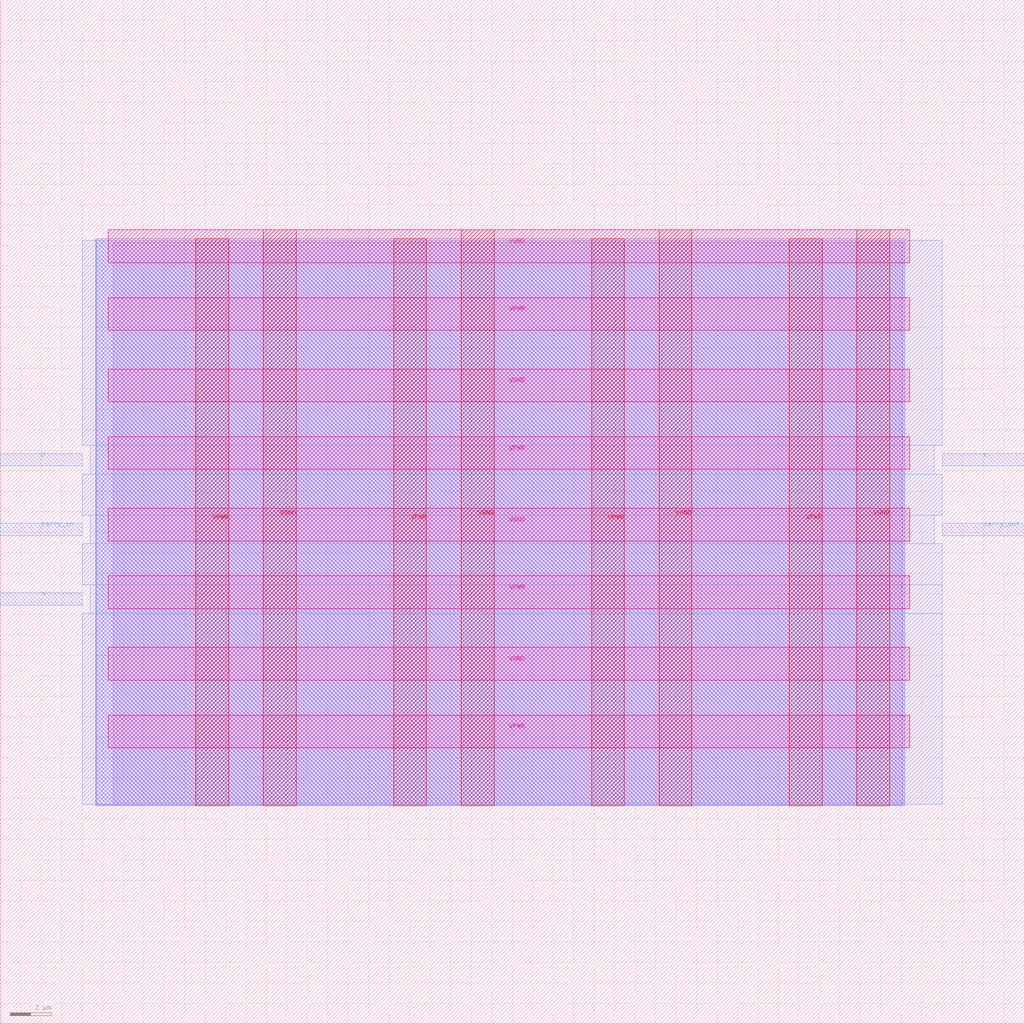
<source format=lef>
VERSION 5.7 ;
  NOWIREEXTENSIONATPIN ON ;
  DIVIDERCHAR "/" ;
  BUSBITCHARS "[]" ;
MACRO openlane_full_adder
  CLASS BLOCK ;
  FOREIGN openlane_full_adder ;
  ORIGIN 0.000 0.000 ;
  SIZE 50.000 BY 50.000 ;
  PIN VGND
    DIRECTION INOUT ;
    USE GROUND ;
    PORT
      LAYER met4 ;
        RECT 12.850 10.640 14.450 38.760 ;
    END
    PORT
      LAYER met4 ;
        RECT 22.510 10.640 24.110 38.760 ;
    END
    PORT
      LAYER met4 ;
        RECT 32.170 10.640 33.770 38.760 ;
    END
    PORT
      LAYER met4 ;
        RECT 41.830 10.640 43.430 38.760 ;
    END
    PORT
      LAYER met5 ;
        RECT 5.280 16.775 44.400 18.375 ;
    END
    PORT
      LAYER met5 ;
        RECT 5.280 23.570 44.400 25.170 ;
    END
    PORT
      LAYER met5 ;
        RECT 5.280 30.365 44.400 31.965 ;
    END
    PORT
      LAYER met5 ;
        RECT 5.280 37.160 44.400 38.760 ;
    END
  END VGND
  PIN VPWR
    DIRECTION INOUT ;
    USE POWER ;
    PORT
      LAYER met4 ;
        RECT 9.550 10.640 11.150 38.320 ;
    END
    PORT
      LAYER met4 ;
        RECT 19.210 10.640 20.810 38.320 ;
    END
    PORT
      LAYER met4 ;
        RECT 28.870 10.640 30.470 38.320 ;
    END
    PORT
      LAYER met4 ;
        RECT 38.530 10.640 40.130 38.320 ;
    END
    PORT
      LAYER met5 ;
        RECT 5.280 13.475 44.400 15.075 ;
    END
    PORT
      LAYER met5 ;
        RECT 5.280 20.270 44.400 21.870 ;
    END
    PORT
      LAYER met5 ;
        RECT 5.280 27.065 44.400 28.665 ;
    END
    PORT
      LAYER met5 ;
        RECT 5.280 33.860 44.400 35.460 ;
    END
  END VPWR
  PIN a
    DIRECTION INPUT ;
    USE SIGNAL ;
    ANTENNAGATEAREA 0.196500 ;
    PORT
      LAYER met3 ;
        RECT 0.000 20.440 4.000 21.040 ;
    END
  END a
  PIN b
    DIRECTION INPUT ;
    USE SIGNAL ;
    ANTENNAGATEAREA 0.196500 ;
    PORT
      LAYER met3 ;
        RECT 0.000 27.240 4.000 27.840 ;
    END
  END b
  PIN c
    DIRECTION OUTPUT TRISTATE ;
    USE SIGNAL ;
    ANTENNADIFFAREA 0.795200 ;
    PORT
      LAYER met3 ;
        RECT 46.000 27.240 50.000 27.840 ;
    END
  END c
  PIN carry_in
    DIRECTION INPUT ;
    USE SIGNAL ;
    ANTENNAGATEAREA 0.196500 ;
    PORT
      LAYER met3 ;
        RECT 0.000 23.840 4.000 24.440 ;
    END
  END carry_in
  PIN carry_out
    DIRECTION OUTPUT TRISTATE ;
    USE SIGNAL ;
    ANTENNADIFFAREA 0.445500 ;
    PORT
      LAYER met3 ;
        RECT 46.000 23.840 50.000 24.440 ;
    END
  END carry_out
  OBS
      LAYER li1 ;
        RECT 5.520 10.795 44.160 38.165 ;
      LAYER met1 ;
        RECT 4.670 10.640 44.160 38.320 ;
      LAYER met2 ;
        RECT 4.690 10.695 44.070 38.265 ;
      LAYER met3 ;
        RECT 4.000 28.240 46.000 38.245 ;
        RECT 4.400 26.840 45.600 28.240 ;
        RECT 4.000 24.840 46.000 26.840 ;
        RECT 4.400 23.440 45.600 24.840 ;
        RECT 4.000 21.440 46.000 23.440 ;
        RECT 4.400 20.040 46.000 21.440 ;
        RECT 4.000 10.715 46.000 20.040 ;
  END
END openlane_full_adder
END LIBRARY


</source>
